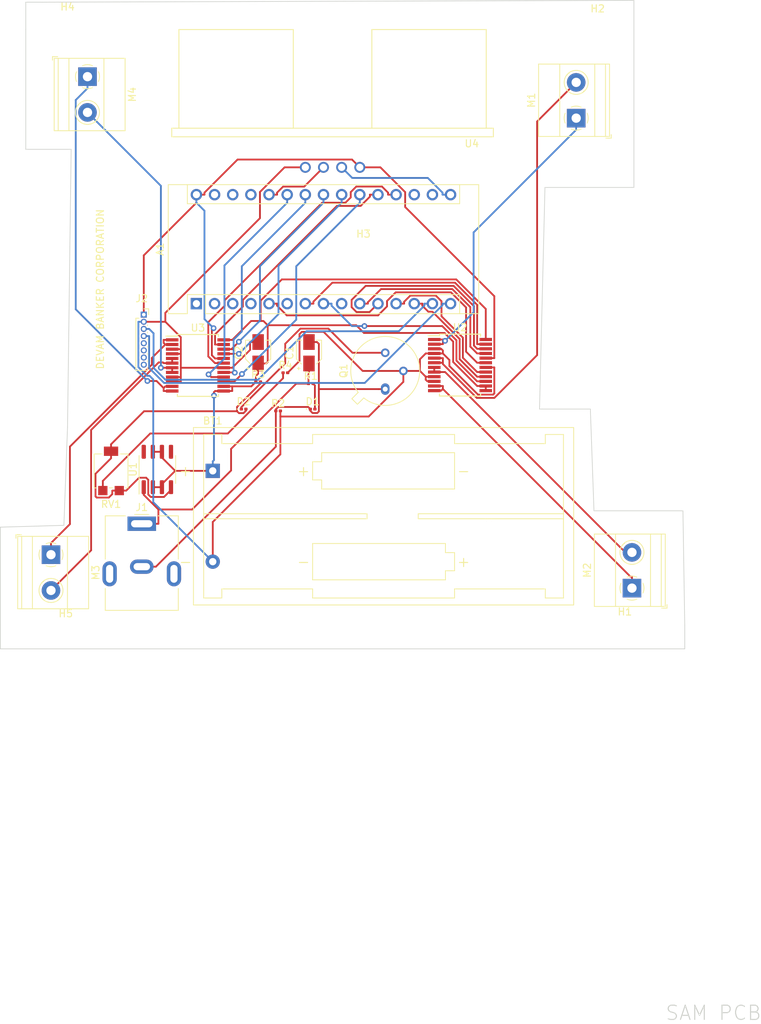
<source format=kicad_pcb>
(kicad_pcb (version 20221018) (generator pcbnew)
  (layers (0 "F.Cu" signal) (31 "B.Cu" signal) (34 "B.Paste" user) (35 "F.Paste" user) (36 "B.SilkS" user "B.Silkscreen") (37 "F.SilkS" user "F.Silkscreen") (38 "B.Mask" user) (39 "F.Mask" user) (44 "Edge.Cuts" user))
  (net 0 "")
  (net 5 "Net-(A1-Pad5)")
  (net 7 "Net-(A1-Pad7)")
  (net 8 "Net-(A1-Pad8)")
  (net 10 "Net-(A1-Pad10)")
  (net 11 "Net-(A1-Pad11)")
  (net 12 "Net-(A1-Pad12)")
  (net 13 "Net-(A1-Pad13)")
  (net 14 "/D11")
  (net 17 "/A0")
  (net 18 "/A1")
  (net 19 "/A2")
  (net 20 "/A3")
  (net 21 "/A4")
  (net 22 "/A5")
  (net 23 "/A6")
  (net 26 "VCC")
  (net 27 "VBUS")
  (net 28 "GND")
  (net 29 "Net-(C1-Pad1)")
  (net 30 "Net-(C1-Pad2)")
  (net 31 "Net-(D1-Pad2)")
  (net 32 "Net-(D2-Pad1)")
  (net 33 "Net-(D2-Pad2)")
  (net 38 "Net-(M1-Pad1)")
  (net 39 "Net-(M1-Pad2)")
  (net 40 "Net-(M2-Pad1)")
  (net 41 "Net-(M2-Pad2)")
  (net 42 "Net-(M3-Pad1)")
  (net 43 "Net-(M3-Pad2)")
  (net 44 "Net-(M4-Pad1)")
  (net 45 "Net-(M4-Pad2)")
  (net 46 "Net-(R4-Pad1)")
  (net 49 "/D12")
  (net 50 "/D13")
  (net 51 "/A7")
  (net 52 "+5V")
  (footprint "Module:Arduino_Nano" (layer "F.Cu") (at 122.428 90.16 90)
    (fp_text reference "A1")
    (fp_text value "Arduino_Nano_v2.x")
  )
  (footprint "MountingHole:MountingHole_2.2mm_M2_DIN965" (layer "F.Cu") (at 182.372 136.144)
    (fp_text reference "H1")
    (fp_text value "MountingHole")
  )
  (footprint "Resistor_SMD:R_0201_0603Metric" (layer "F.Cu") (at 133.858 105.156)
    (fp_text reference "R2")
    (fp_text value "1 Ohm")
  )
  (footprint "Resistor_SMD:R_0201_0603Metric" (layer "F.Cu") (at 131.064 101.092)
    (fp_text reference "R3")
    (fp_text value "470 Ohm")
  )
  (footprint "MountingHole:MountingHole_2.2mm_M2_DIN965" (layer "F.Cu") (at 178.562 51.816)
    (fp_text reference "H2")
    (fp_text value "MountingHole")
  )
  (footprint "HC-SR04:XCVR_HC-SR04" (layer "F.Cu") (at 141.478 71.101 180)
    (fp_text reference "U4")
    (fp_text value "HC-SR04")
  )
  (footprint "TerminalBlock_Phoenix:TerminalBlock_Phoenix_MKDS-1,5-2_1x02_P5.00mm_Horizontal" (layer "F.Cu") (at 102.081 125.262 -90)
    (fp_text reference "M3")
    (fp_text value "Motor_DC")
  )
  (footprint "Battery:BatteryHolder_Keystone_2468_2xAAA" (layer "F.Cu") (at 124.714 113.538)
    (fp_text reference "BT1")
    (fp_text value "Battery_Cell")
  )
  (footprint "Diode_SMD:D_0201_0603Metric" (layer "F.Cu") (at 138.684 104.902)
    (fp_text reference "D1")
    (fp_text value "LED")
  )
  (footprint "Package_SO:SSOP-24_5.3x8.2mm_P0.65mm" (layer "F.Cu") (at 122.64 98.8)
    (fp_text reference "U3")
    (fp_text value "TB6612FNG")
  )
  (footprint "TerminalBlock_Phoenix:TerminalBlock_Phoenix_MKDS-1,5-2_1x02_P5.00mm_Horizontal" (layer "F.Cu") (at 175.565 64.222 90)
    (fp_text reference "M1")
    (fp_text value "Motor_DC")
  )
  (footprint "MountingHole:MountingHole_2.2mm_M2_DIN965" (layer "F.Cu") (at 104.14 136.398)
    (fp_text reference "H5")
    (fp_text value "MountingHole")
  )
  (footprint "MountingHole:MountingHole_2.2mm_M2_DIN965" (layer "F.Cu") (at 145.796 83.312)
    (fp_text reference "H3")
    (fp_text value "MountingHole")
  )
  (footprint "Connector_BarrelJack:BarrelJack_CUI_PJ-063AH_Horizontal" (layer "F.Cu") (at 114.784 120.938)
    (fp_text reference "J1")
    (fp_text value "Jack-DC")
  )
  (footprint "Capacitor_SMD:CP_Elec_3x5.3" (layer "F.Cu") (at 138.176 97.028 90)
    (fp_text reference "C1")
    (fp_text value "0.1uF")
  )
  (footprint "Package_SO:SSOP-24_5.3x8.2mm_P0.65mm" (layer "F.Cu") (at 159.31 98.75)
    (fp_text reference "U2")
    (fp_text value "TB6612FNG")
  )
  (footprint "Connector_PinSocket_1.00mm:PinSocket_1x08_P1.00mm_Vertical" (layer "F.Cu") (at 115.062 91.694)
    (fp_text reference "J2")
    (fp_text value "MPU-6050")
  )
  (footprint "TerminalBlock_Phoenix:TerminalBlock_Phoenix_MKDS-1,5-2_1x02_P5.00mm_Horizontal" (layer "F.Cu") (at 107.188 58.42 -90)
    (fp_text reference "M4")
    (fp_text value "Motor_DC")
  )
  (footprint "Resistor_SMD:R_0201_0603Metric" (layer "F.Cu") (at 134.874 99.822)
    (fp_text reference "R4")
    (fp_text value "2.2K")
  )
  (footprint "Package_TO_SOT_THT:TO-39-3" (layer "F.Cu") (at 148.844 102.108 90)
    (fp_text reference "Q1")
    (fp_text value "2N2219")
  )
  (footprint "TerminalBlock_Phoenix:TerminalBlock_Phoenix_MKDS-1,5-2_1x02_P5.00mm_Horizontal" (layer "F.Cu") (at 183.369 129.938 90)
    (fp_text reference "M2")
    (fp_text value "Motor_DC")
  )
  (footprint "Potentiometer_SMD:Potentiometer_Bourns_3314G_Vertical" (layer "F.Cu") (at 110.484 113.548 180)
    (fp_text reference "RV1")
    (fp_text value "10K")
  )
  (footprint "Capacitor_SMD:CP_Elec_3x5.3" (layer "F.Cu") (at 131.064 97.028 90)
    (fp_text reference "C2")
    (fp_text value "0.1uF")
  )
  (footprint "Resistor_SMD:R_0201_0603Metric" (layer "F.Cu") (at 138.43 101.346)
    (fp_text reference "R1")
    (fp_text value "1K")
  )
  (footprint "Diode_SMD:D_0201_0603Metric" (layer "F.Cu") (at 129.032 104.902)
    (fp_text reference "D2")
    (fp_text value "LED")
  )
  (footprint "MountingHole:MountingHole_2.2mm_M2_DIN965" (layer "F.Cu") (at 104.394 51.562)
    (fp_text reference "H4")
    (fp_text value "MountingHole")
  )
  (footprint "Package_SO:SOIC-8_3.9x4.9mm_P1.27mm" (layer "F.Cu") (at 116.964 113.348 90)
    (fp_text reference "U1")
    (fp_text value "LM317L_SO8")
  )
  (gr_line (start 190.627 138.43) (end 190.754 138.43) (stroke (width 0.1)) (layer "Edge.Cuts"))
  (gr_line (start 183.642 47.752) (end 183.642 51.816) (stroke (width 0.1)) (layer "Edge.Cuts"))
  (gr_line (start 103.886 121.158) (end 104.394 107.442) (stroke (width 0.1)) (layer "Edge.Cuts"))
  (gr_line (start 94.996 135.128) (end 94.996 138.176) (stroke (width 0.1)) (layer "Edge.Cuts"))
  (gr_line (start 171.196 73.914) (end 170.434 104.902) (stroke (width 0.1)) (layer "Edge.Cuts"))
  (gr_line (start 177.546 104.902) (end 178.054 119.126) (stroke (width 0.1)) (layer "Edge.Cuts"))
  (gr_line (start 190.754 138.176) (end 190.754 138.43) (stroke (width 0.1)) (layer "Edge.Cuts"))
  (gr_line (start 94.996 138.43) (end 94.996 138.176) (stroke (width 0.1)) (layer "Edge.Cuts"))
  (gr_line (start 98.552 48.006) (end 100.838 48.006) (stroke (width 0.1)) (layer "Edge.Cuts"))
  (gr_line (start 98.552 68.58) (end 98.552 51.816) (stroke (width 0.1)) (layer "Edge.Cuts"))
  (gr_line (start 94.996 135.128) (end 94.996 121.412) (stroke (width 0.1)) (layer "Edge.Cuts"))
  (gr_line (start 170.434 104.902) (end 177.546 104.902) (stroke (width 0.1)) (layer "Edge.Cuts"))
  (gr_line (start 98.552 51.816) (end 98.552 48.006) (stroke (width 0.1)) (layer "Edge.Cuts"))
  (gr_line (start 190.5 119.126) (end 190.754 135.128) (stroke (width 0.1)) (layer "Edge.Cuts"))
  (gr_line (start 183.642 73.914) (end 171.196 73.914) (stroke (width 0.1)) (layer "Edge.Cuts"))
  (gr_line (start 183.642 51.816) (end 183.642 73.914) (stroke (width 0.1)) (layer "Edge.Cuts"))
  (gr_line (start 100.838 48.006) (end 183.642 47.752) (stroke (width 0.1)) (layer "Edge.Cuts"))
  (gr_line (start 94.996 121.412) (end 103.886 121.158) (stroke (width 0.1)) (layer "Edge.Cuts"))
  (gr_line (start 104.902 68.58) (end 98.552 68.58) (stroke (width 0.1)) (layer "Edge.Cuts"))
  (gr_line (start 178.054 119.126) (end 190.5 119.126) (stroke (width 0.1)) (layer "Edge.Cuts"))
  (gr_line (start 190.627 138.43) (end 94.996 138.43) (stroke (width 0.1)) (layer "Edge.Cuts"))
  (gr_line (start 104.394 107.442) (end 104.902 68.58) (stroke (width 0.1)) (layer "Edge.Cuts"))
  (gr_line (start 190.754 135.128) (end 190.754 138.176) (stroke (width 0.1)) (layer "Edge.Cuts"))
  (gr_text "DEVAM BANKER CORPORATION" (at 108.966 88.138 90) (layer "F.SilkS") (effects (font (size 1 1))))
  (gr_text "SAM PCB" (at 187.96 190.5) (layer "Edge.Cuts") (effects (font (size 2 2)) (justify left bottom)))
  (segment (start 147.8432 91.8005) (end 149.098 90.5457) (width 0.25) (layer "F.Cu") (net 5))
  (segment (start 160.1588 90.6929) (end 160.1588 96.8741) (width 0.25) (layer "F.Cu") (net 5))
  (segment (start 150.3126 88.5755) (end 158.0414 88.5755) (width 0.25) (layer "F.Cu") (net 5))
  (segment (start 149.098 90.5457) (end 149.098 89.7901) (width 0.25) (layer "F.Cu") (net 5))
  (segment (start 158.0414 88.5755) (end 160.1588 90.6929) (width 0.25) (layer "F.Cu") (net 5))
  (segment (start 162.91 98.425) (end 161.7097 98.425) (width 0.25) (layer "F.Cu") (net 5))
  (segment (start 133.7133 90.4413) (end 135.0725 91.8005) (width 0.25) (layer "F.Cu") (net 5))
  (segment (start 133.7133 90.16) (end 133.7133 90.4413) (width 0.25) (layer "F.Cu") (net 5))
  (segment (start 132.588 90.16) (end 133.7133 90.16) (width 0.25) (layer "F.Cu") (net 5))
  (segment (start 160.1588 96.8741) (end 161.7097 98.425) (width 0.25) (layer "F.Cu") (net 5))
  (segment (start 135.0725 91.8005) (end 147.8432 91.8005) (width 0.25) (layer "F.Cu") (net 5))
  (segment (start 149.098 89.7901) (end 150.3126 88.5755) (width 0.25) (layer "F.Cu") (net 5))
  (segment (start 161.7097 95.825) (end 161.7097 90.3331) (width 0.25) (layer "F.Cu") (net 7))
  (segment (start 137.668 90.16) (end 138.7933 90.16) (width 0.25) (layer "F.Cu") (net 7))
  (segment (start 138.7933 89.8786) (end 138.7933 90.16) (width 0.25) (layer "F.Cu") (net 7))
  (segment (start 161.7097 90.3331) (end 158.6012 87.2246) (width 0.25) (layer "F.Cu") (net 7))
  (segment (start 141.4473 87.2246) (end 138.7933 89.8786) (width 0.25) (layer "F.Cu") (net 7))
  (segment (start 158.6012 87.2246) (end 141.4473 87.2246) (width 0.25) (layer "F.Cu") (net 7))
  (segment (start 162.91 95.825) (end 161.7097 95.825) (width 0.25) (layer "F.Cu") (net 7))
  (segment (start 158.8079 98.1232) (end 161.7097 101.025) (width 0.25) (layer "F.Cu") (net 8))
  (segment (start 162.91 101.025) (end 161.7097 101.025) (width 0.25) (layer "F.Cu") (net 8))
  (segment (start 145.9372 93.2932) (end 156.8152 93.2932) (width 0.25) (layer "F.Cu") (net 8))
  (segment (start 156.8152 93.2932) (end 158.8079 95.2859) (width 0.25) (layer "F.Cu") (net 8))
  (segment (start 158.8079 95.2859) (end 158.8079 98.1232) (width 0.25) (layer "F.Cu") (net 8))
  (via (at 145.9372 93.2932) (size 0.8) (drill 0.4) (layers "F.Cu" "B.Cu") (net 8))
  (segment (start 141.3333 90.4413) (end 144.1852 93.2932) (width 0.25) (layer "B.Cu") (net 8))
  (segment (start 140.208 90.16) (end 141.3333 90.16) (width 0.25) (layer "B.Cu") (net 8))
  (segment (start 141.3333 90.16) (end 141.3333 90.4413) (width 0.25) (layer "B.Cu") (net 8))
  (segment (start 144.1852 93.2932) (end 145.9372 93.2932) (width 0.25) (layer "B.Cu") (net 8))
  (segment (start 148.2574 88.1252) (end 146.4133 89.9693) (width 0.25) (layer "F.Cu") (net 10))
  (segment (start 145.288 90.16) (end 146.4133 90.16) (width 0.25) (layer "F.Cu") (net 10))
  (segment (start 160.7541 90.6513) (end 158.228 88.1252) (width 0.25) (layer "F.Cu") (net 10))
  (segment (start 161.7097 97.125) (end 160.7541 96.1694) (width 0.25) (layer "F.Cu") (net 10))
  (segment (start 146.4133 89.9693) (end 146.4133 90.16) (width 0.25) (layer "F.Cu") (net 10))
  (segment (start 160.7541 96.1694) (end 160.7541 90.6513) (width 0.25) (layer "F.Cu") (net 10))
  (segment (start 162.91 97.125) (end 161.7097 97.125) (width 0.25) (layer "F.Cu") (net 10))
  (segment (start 158.228 88.1252) (end 148.2574 88.1252) (width 0.25) (layer "F.Cu") (net 10))
  (segment (start 162.91 96.475) (end 161.7097 96.475) (width 0.25) (layer "F.Cu") (net 11))
  (segment (start 146.1087 87.6749) (end 144.1409 89.6427) (width 0.25) (layer "F.Cu") (net 11))
  (segment (start 144.1409 89.6427) (end 144.1409 90.6484) (width 0.25) (layer "F.Cu") (net 11))
  (segment (start 161.2594 90.5197) (end 158.4146 87.6749) (width 0.25) (layer "F.Cu") (net 11))
  (segment (start 158.4146 87.6749) (end 146.1087 87.6749) (width 0.25) (layer "F.Cu") (net 11))
  (segment (start 144.8283 91.3358) (end 146.6522 91.3358) (width 0.25) (layer "F.Cu") (net 11))
  (segment (start 146.6522 91.3358) (end 147.828 90.16) (width 0.25) (layer "F.Cu") (net 11))
  (segment (start 144.1409 90.6484) (end 144.8283 91.3358) (width 0.25) (layer "F.Cu") (net 11))
  (segment (start 161.7097 96.475) (end 161.2594 96.0247) (width 0.25) (layer "F.Cu") (net 11))
  (segment (start 161.2594 96.0247) (end 161.2594 90.5197) (width 0.25) (layer "F.Cu") (net 11))
  (segment (start 155.9181 89.0258) (end 156.718 89.8257) (width 0.25) (layer "F.Cu") (net 12))
  (segment (start 156.718 89.8257) (end 156.718 91.9222) (width 0.25) (layer "F.Cu") (net 12))
  (segment (start 150.368 90.16) (end 151.4933 90.16) (width 0.25) (layer "F.Cu") (net 12))
  (segment (start 152.3616 89.0258) (end 155.9181 89.0258) (width 0.25) (layer "F.Cu") (net 12))
  (segment (start 159.7085 94.9127) (end 159.7085 97.7238) (width 0.25) (layer "F.Cu") (net 12))
  (segment (start 151.4933 89.8941) (end 152.3616 89.0258) (width 0.25) (layer "F.Cu") (net 12))
  (segment (start 162.91 99.725) (end 161.7097 99.725) (width 0.25) (layer "F.Cu") (net 12))
  (segment (start 156.718 91.9222) (end 159.7085 94.9127) (width 0.25) (layer "F.Cu") (net 12))
  (segment (start 151.4933 90.16) (end 151.4933 89.8941) (width 0.25) (layer "F.Cu") (net 12))
  (segment (start 159.7085 97.7238) (end 161.7097 99.725) (width 0.25) (layer "F.Cu") (net 12))
  (segment (start 152.908 90.16) (end 154.0333 90.16) (width 0.25) (layer "F.Cu") (net 13))
  (segment (start 159.2582 95.0993) (end 159.2582 97.9235) (width 0.25) (layer "F.Cu") (net 13))
  (segment (start 154.8772 91.2853) (end 155.4442 91.2853) (width 0.25) (layer "F.Cu") (net 13))
  (segment (start 154.0333 90.16) (end 154.0333 90.4414) (width 0.25) (layer "F.Cu") (net 13))
  (segment (start 162.91 100.375) (end 161.7097 100.375) (width 0.25) (layer "F.Cu") (net 13))
  (segment (start 159.2582 97.9235) (end 161.7097 100.375) (width 0.25) (layer "F.Cu") (net 13))
  (segment (start 155.4442 91.2853) (end 159.2582 95.0993) (width 0.25) (layer "F.Cu") (net 13))
  (segment (start 154.0333 90.4414) (end 154.8772 91.2853) (width 0.25) (layer "F.Cu") (net 13))
  (segment (start 115.062 93.694) (end 115.8123 93.694) (width 0.25) (layer "B.Cu") (net 14))
  (segment (start 137.8347 94.0186) (end 150.7454 94.0186) (width 0.25) (layer "B.Cu") (net 14))
  (segment (start 116.43 99.1382) (end 118.0888 100.797) (width 0.25) (layer "B.Cu") (net 14))
  (segment (start 155.448 90.16) (end 154.3227 90.16) (width 0.25) (layer "B.Cu") (net 14))
  (segment (start 154.3227 90.4413) (end 154.3227 90.16) (width 0.25) (layer "B.Cu") (net 14))
  (segment (start 131.0563 100.797) (end 137.8347 94.0186) (width 0.25) (layer "B.Cu") (net 14))
  (segment (start 115.8123 93.694) (end 116.43 94.3117) (width 0.25) (layer "B.Cu") (net 14))
  (segment (start 116.43 94.3117) (end 116.43 99.1382) (width 0.25) (layer "B.Cu") (net 14))
  (segment (start 150.7454 94.0186) (end 154.3227 90.4413) (width 0.25) (layer "B.Cu") (net 14))
  (segment (start 118.0888 100.797) (end 131.0563 100.797) (width 0.25) (layer "B.Cu") (net 14))
  (segment (start 125.0265 98.475) (end 126.24 98.475) (width 0.25) (layer "F.Cu") (net 17))
  (segment (start 150.368 74.92) (end 149.2427 74.92) (width 0.25) (layer "F.Cu") (net 17))
  (segment (start 126.3826 89.6847) (end 126.3826 90.4548) (width 0.25) (layer "F.Cu") (net 17))
  (segment (start 149.2427 74.6387) (end 148.3903 73.7863) (width 0.25) (layer "F.Cu") (net 17))
  (segment (start 144.7977 73.7863) (end 144.018 74.566) (width 0.25) (layer "F.Cu") (net 17))
  (segment (start 124.0928 92.7446) (end 124.0928 97.5413) (width 0.25) (layer "F.Cu") (net 17))
  (segment (start 144.018 75.3057) (end 143.2784 76.0453) (width 0.25) (layer "F.Cu") (net 17))
  (segment (start 124.0928 97.5413) (end 125.0265 98.475) (width 0.25) (layer "F.Cu") (net 17))
  (segment (start 144.018 74.566) (end 144.018 75.3057) (width 0.25) (layer "F.Cu") (net 17))
  (segment (start 140.022 76.0453) (end 126.3826 89.6847) (width 0.25) (layer "F.Cu") (net 17))
  (segment (start 126.3826 90.4548) (end 124.0928 92.7446) (width 0.25) (layer "F.Cu") (net 17))
  (segment (start 149.2427 74.92) (end 149.2427 74.6387) (width 0.25) (layer "F.Cu") (net 17))
  (segment (start 148.3903 73.7863) (end 144.7977 73.7863) (width 0.25) (layer "F.Cu") (net 17))
  (segment (start 143.2784 76.0453) (end 140.022 76.0453) (width 0.25) (layer "F.Cu") (net 17))
  (segment (start 128.9226 89.6519) (end 142.0789 76.4956) (width 0.25) (layer "F.Cu") (net 18))
  (segment (start 145.4085 76.4956) (end 146.7027 75.2014) (width 0.25) (layer "F.Cu") (net 18))
  (segment (start 142.0789 76.4956) (end 145.4085 76.4956) (width 0.25) (layer "F.Cu") (net 18))
  (segment (start 125.0397 94.4535) (end 128.9226 90.5706) (width 0.25) (layer "F.Cu") (net 18))
  (segment (start 128.9226 90.5706) (end 128.9226 89.6519) (width 0.25) (layer "F.Cu") (net 18))
  (segment (start 147.828 74.92) (end 146.7027 74.92) (width 0.25) (layer "F.Cu") (net 18))
  (segment (start 125.0397 95.875) (end 125.0397 94.4535) (width 0.25) (layer "F.Cu") (net 18))
  (segment (start 126.24 95.875) (end 125.0397 95.875) (width 0.25) (layer "F.Cu") (net 18))
  (segment (start 146.7027 75.2014) (end 146.7027 74.92) (width 0.25) (layer "F.Cu") (net 18))
  (segment (start 127.7228 101.075) (end 126.24 101.075) (width 0.25) (layer "F.Cu") (net 19))
  (segment (start 128.7968 100.001) (end 127.7228 101.075) (width 0.25) (layer "F.Cu") (net 19))
  (via (at 128.7968 100.001) (size 0.8) (drill 0.4) (layers "F.Cu" "B.Cu") (net 19))
  (segment (start 145.288 74.92) (end 145.288 76.0453) (width 0.25) (layer "B.Cu") (net 19))
  (segment (start 145.288 76.0453) (end 136.398 84.9353) (width 0.25) (layer "B.Cu") (net 19))
  (segment (start 136.398 92.3998) (end 128.7968 100.001) (width 0.25) (layer "B.Cu") (net 19))
  (segment (start 136.398 84.9353) (end 136.398 92.3998) (width 0.25) (layer "B.Cu") (net 19))
  (segment (start 126.24 97.175) (end 128.3628 97.175) (width 0.25) (layer "F.Cu") (net 20))
  (via (at 128.3628 97.175) (size 0.8) (drill 0.4) (layers "F.Cu" "B.Cu") (net 20))
  (segment (start 133.9124 91.6254) (end 133.9124 84.8809) (width 0.25) (layer "B.Cu") (net 20))
  (segment (start 133.9124 84.8809) (end 142.748 76.0453) (width 0.25) (layer "B.Cu") (net 20))
  (segment (start 128.3628 97.175) (end 133.9124 91.6254) (width 0.25) (layer "B.Cu") (net 20))
  (segment (start 142.748 74.92) (end 142.748 76.0453) (width 0.25) (layer "B.Cu") (net 20))
  (segment (start 127.4403 96.418) (end 127.4403 96.525) (width 0.25) (layer "F.Cu") (net 21))
  (segment (start 128.3657 95.4926) (end 127.4403 96.418) (width 0.25) (layer "F.Cu") (net 21))
  (segment (start 126.24 96.525) (end 127.4403 96.525) (width 0.25) (layer "F.Cu") (net 21))
  (via (at 128.3657 95.4926) (size 0.8) (drill 0.4) (layers "F.Cu" "B.Cu") (net 21))
  (segment (start 131.318 92.5403) (end 128.3657 95.4926) (width 0.25) (layer "B.Cu") (net 21))
  (segment (start 140.208 74.92) (end 140.208 76.0453) (width 0.25) (layer "B.Cu") (net 21))
  (segment (start 140.208 76.0453) (end 131.318 84.9353) (width 0.25) (layer "B.Cu") (net 21))
  (segment (start 131.318 84.9353) (end 131.318 92.5403) (width 0.25) (layer "B.Cu") (net 21))
  (segment (start 127.7571 99.775) (end 126.24 99.775) (width 0.25) (layer "F.Cu") (net 22))
  (segment (start 127.794 99.8119) (end 127.7571 99.775) (width 0.25) (layer "F.Cu") (net 22))
  (via (at 127.794 99.8119) (size 0.8) (drill 0.4) (layers "F.Cu" "B.Cu") (net 22))
  (segment (start 128.778 94.0546) (end 127.6311 95.2015) (width 0.25) (layer "B.Cu") (net 22))
  (segment (start 127.6311 95.2015) (end 127.6311 99.649) (width 0.25) (layer "B.Cu") (net 22))
  (segment (start 128.778 84.9353) (end 128.778 94.0546) (width 0.25) (layer "B.Cu") (net 22))
  (segment (start 137.668 74.92) (end 137.668 76.0453) (width 0.25) (layer "B.Cu") (net 22))
  (segment (start 127.6311 99.649) (end 127.794 99.8119) (width 0.25) (layer "B.Cu") (net 22))
  (segment (start 137.668 76.0453) (end 128.778 84.9353) (width 0.25) (layer "B.Cu") (net 22))
  (segment (start 124.4952 100.425) (end 126.24 100.425) (width 0.25) (layer "F.Cu") (net 23))
  (segment (start 124.1246 100.0544) (end 124.4952 100.425) (width 0.25) (layer "F.Cu") (net 23))
  (via (at 124.1246 100.0544) (size 0.8) (drill 0.4) (layers "F.Cu" "B.Cu") (net 23))
  (segment (start 126.3494 97.8296) (end 124.1246 100.0544) (width 0.25) (layer "B.Cu") (net 23))
  (segment (start 126.3494 84.8239) (end 126.3494 97.8296) (width 0.25) (layer "B.Cu") (net 23))
  (segment (start 135.128 74.92) (end 135.128 76.0453) (width 0.25) (layer "B.Cu") (net 23))
  (segment (start 135.128 76.0453) (end 126.3494 84.8239) (width 0.25) (layer "B.Cu") (net 23))
  (segment (start 124.8259 93.5907) (end 124.5878 93.8288) (width 0.25) (layer "F.Cu") (net 26))
  (segment (start 126.24 97.825) (end 125.0397 97.825) (width 0.25) (layer "F.Cu") (net 26))
  (segment (start 122.428 75.4826) (end 122.428 74.92) (width 0.25) (layer "F.Cu") (net 26))
  (segment (start 124.5878 97.3731) (end 125.0397 97.825) (width 0.25) (layer "F.Cu") (net 26))
  (segment (start 151.638 76.6517) (end 164.1103 89.124) (width 0.25) (layer "F.Cu") (net 26))
  (segment (start 122.428 75.4826) (end 122.428 76.0453) (width 0.25) (layer "F.Cu") (net 26))
  (segment (start 151.638 74.57) (end 151.638 76.6517) (width 0.25) (layer "F.Cu") (net 26))
  (segment (start 164.1103 89.124) (end 164.1103 97.775) (width 0.25) (layer "F.Cu") (net 26))
  (segment (start 122.428 76.0453) (end 115.062 83.4113) (width 0.25) (layer "F.Cu") (net 26))
  (segment (start 123.5533 74.6387) (end 128.1836 70.0084) (width 0.25) (layer "F.Cu") (net 26))
  (segment (start 128.1836 70.0084) (end 144.1954 70.0084) (width 0.25) (layer "F.Cu") (net 26))
  (segment (start 144.1954 70.0084) (end 145.288 71.101) (width 0.25) (layer "F.Cu") (net 26))
  (segment (start 123.5533 74.92) (end 123.5533 74.6387) (width 0.25) (layer "F.Cu") (net 26))
  (segment (start 162.91 97.775) (end 164.1103 97.775) (width 0.25) (layer "F.Cu") (net 26))
  (segment (start 115.062 83.4113) (end 115.062 91.694) (width 0.25) (layer "F.Cu") (net 26))
  (segment (start 122.428 74.92) (end 123.5533 74.92) (width 0.25) (layer "F.Cu") (net 26))
  (segment (start 145.288 71.101) (end 148.169 71.101) (width 0.25) (layer "F.Cu") (net 26))
  (segment (start 148.169 71.101) (end 151.638 74.57) (width 0.25) (layer "F.Cu") (net 26))
  (segment (start 124.5878 93.8288) (end 124.5878 97.3731) (width 0.25) (layer "F.Cu") (net 26))
  (via (at 124.8259 93.5907) (size 0.8) (drill 0.4) (layers "F.Cu" "B.Cu") (net 26))
  (segment (start 123.5533 77.1706) (end 123.5533 92.3181) (width 0.25) (layer "B.Cu") (net 26))
  (segment (start 122.428 74.92) (end 122.428 76.0453) (width 0.25) (layer "B.Cu") (net 26))
  (segment (start 122.428 76.0453) (end 123.5533 77.1706) (width 0.25) (layer "B.Cu") (net 26))
  (segment (start 123.5533 92.3181) (end 124.8259 93.5907) (width 0.25) (layer "B.Cu") (net 26))
  (segment (start 158.3576 95.4725) (end 158.3576 98.3229) (width 0.25) (layer "F.Cu") (net 27))
  (segment (start 162.91 90.8965) (end 158.7878 86.7743) (width 0.25) (layer "F.Cu") (net 27))
  (segment (start 130.744 100.2733) (end 131.064 99.9533) (width 0.25) (layer "F.Cu") (net 27))
  (segment (start 144.7872 93.1799) (end 145.8647 94.2574) (width 0.25) (layer "F.Cu") (net 27))
  (segment (start 127.4403 101.725) (end 126.24 101.725) (width 0.25) (layer "F.Cu") (net 27))
  (segment (start 117.599 111.6783) (end 119.4587 113.538) (width 0.25) (layer "F.Cu") (net 27))
  (segment (start 162.91 101.675) (end 161.7097 101.675) (width 0.25) (layer "F.Cu") (net 27))
  (segment (start 130.08 92.5853) (end 127.4403 95.225) (width 0.25) (layer "F.Cu") (net 27))
  (segment (start 117.599 115.823) (end 116.329 115.823) (width 0.25) (layer "F.Cu") (net 27))
  (segment (start 124.8833 103.0139) (end 124.8833 102.5314) (width 0.25) (layer "F.Cu") (net 27))
  (segment (start 130.111 101.725) (end 130.744 101.092) (width 0.25) (layer "F.Cu") (net 27))
  (segment (start 157.1425 94.2574) (end 158.3576 95.4725) (width 0.25) (layer "F.Cu") (net 27))
  (segment (start 132.4013 93.1799) (end 144.7872 93.1799) (width 0.25) (layer "F.Cu") (net 27))
  (segment (start 145.8647 94.2574) (end 157.1425 94.2574) (width 0.25) (layer "F.Cu") (net 27))
  (segment (start 131.8067 92.5853) (end 131.4166 92.5853) (width 0.25) (layer "F.Cu") (net 27))
  (segment (start 126.24 102.375) (end 125.0397 102.375) (width 0.25) (layer "F.Cu") (net 27))
  (segment (start 130.744 101.092) (end 130.744 100.2733) (width 0.25) (layer "F.Cu") (net 27))
  (segment (start 132.1893 98.528) (end 132.4013 98.316) (width 0.25) (layer "F.Cu") (net 27))
  (segment (start 162.91 95.175) (end 162.91 90.8965) (width 0.25) (layer "F.Cu") (net 27))
  (segment (start 131.064 98.528) (end 131.064 99.9533) (width 0.25) (layer "F.Cu") (net 27))
  (segment (start 126.24 102.375) (end 127.4403 102.375) (width 0.25) (layer "F.Cu") (net 27))
  (segment (start 158.7878 86.7743) (end 134.3776 86.7743) (width 0.25) (layer "F.Cu") (net 27))
  (segment (start 131.064 98.528) (end 132.1893 98.528) (width 0.25) (layer "F.Cu") (net 27))
  (segment (start 131.4166 89.7353) (end 131.4166 92.5853) (width 0.25) (layer "F.Cu") (net 27))
  (segment (start 134.3776 86.7743) (end 131.4166 89.7353) (width 0.25) (layer "F.Cu") (net 27))
  (segment (start 162.91 101.675) (end 162.91 102.325) (width 0.25) (layer "F.Cu") (net 27))
  (segment (start 127.4403 101.725) (end 127.4403 102.375) (width 0.25) (layer "F.Cu") (net 27))
  (segment (start 124.714 113.538) (end 119.4587 113.538) (width 0.25) (layer "F.Cu") (net 27))
  (segment (start 124.8833 102.5314) (end 125.0397 102.375) (width 0.25) (layer "F.Cu") (net 27))
  (segment (start 126.24 95.225) (end 127.4403 95.225) (width 0.25) (layer "F.Cu") (net 27))
  (segment (start 132.4013 98.316) (end 132.4013 93.1799) (width 0.25) (layer "F.Cu") (net 27))
  (segment (start 127.4403 101.725) (end 130.111 101.725) (width 0.25) (layer "F.Cu") (net 27))
  (segment (start 132.4013 93.1799) (end 131.8067 92.5853) (width 0.25) (layer "F.Cu") (net 27))
  (segment (start 116.329 110.873) (end 117.599 110.873) (width 0.25) (layer "F.Cu") (net 27))
  (segment (start 158.3576 98.3229) (end 161.7097 101.675) (width 0.25) (layer "F.Cu") (net 27))
  (segment (start 119.4587 113.538) (end 117.599 115.3977) (width 0.25) (layer "F.Cu") (net 27))
  (segment (start 117.599 115.3977) (end 117.599 115.823) (width 0.25) (layer "F.Cu") (net 27))
  (segment (start 117.599 110.873) (end 117.599 111.6783) (width 0.25) (layer "F.Cu") (net 27))
  (segment (start 131.4166 92.5853) (end 130.08 92.5853) (width 0.25) (layer "F.Cu") (net 27))
  (via (at 124.8833 103.0139) (size 0.8) (drill 0.4) (layers "F.Cu" "B.Cu") (net 27))
  (segment (start 124.8833 112.0434) (end 124.8833 103.0139) (width 0.25) (layer "B.Cu") (net 27))
  (segment (start 124.714 112.2127) (end 124.8833 112.0434) (width 0.25) (layer "B.Cu") (net 27))
  (segment (start 124.714 113.538) (end 124.714 112.2127) (width 0.25) (layer "B.Cu") (net 27))
  (segment (start 118.0814 92.694) (end 118.0814 91.4469) (width 0.25) (layer "F.Cu") (net 28))
  (segment (start 156.9103 96.7122) (end 156.9103 97.125) (width 0.25) (layer "F.Cu") (net 28))
  (segment (start 120.2403 101.075) (end 120.2403 100.425) (width 0.25) (layer "F.Cu") (net 28))
  (segment (start 120.1277 100.425) (end 120.2403 100.425) (width 0.25) (layer "F.Cu") (net 28))
  (segment (start 120.2403 99.125) (end 120.2403 97.175) (width 0.25) (layer "F.Cu") (net 28))
  (segment (start 157.8272 98.8791) (end 161.8235 102.8754) (width 0.25) (layer "F.Cu") (net 28))
  (segment (start 135.194 99.822) (end 136.8508 98.1652) (width 0.25) (layer "F.Cu") (net 28))
  (segment (start 134.178 105.9428) (end 134.178 105.156) (width 0.25) (layer "F.Cu") (net 28))
  (segment (start 131.318 74.5443) (end 134.7613 71.101) (width 0.25) (layer "F.Cu") (net 28))
  (segment (start 156.3102 96.475) (end 156.6731 96.475) (width 0.25) (layer "F.Cu") (net 28))
  (segment (start 162.91 99.075) (end 164.1103 99.075) (width 0.25) (layer "F.Cu") (net 28))
  (segment (start 134.7613 71.101) (end 137.668 71.101) (width 0.25) (layer "F.Cu") (net 28))
  (segment (start 136.8508 94.4332) (end 137.1815 94.1025) (width 0.25) (layer "F.Cu") (net 28))
  (segment (start 164.1103 102.7094) (end 164.1103 99.075) (width 0.25) (layer "F.Cu") (net 28))
  (segment (start 120.2403 99.125) (end 126.24 99.125) (width 0.25) (layer "F.Cu") (net 28))
  (segment (start 120.2403 100.425) (end 120.2403 99.125) (width 0.25) (layer "F.Cu") (net 28))
  (segment (start 157.8272 98.0419) (end 157.8272 98.8791) (width 0.25) (layer "F.Cu") (net 28))
  (segment (start 151.384 99.568) (end 153.7027 99.568) (width 0.25) (layer "F.Cu") (net 28))
  (segment (start 124.714 126.238) (end 124.714 120.6926) (width 0.25) (layer "F.Cu") (net 28))
  (segment (start 153.7027 97.932) (end 154.5097 97.125) (width 0.25) (layer "F.Cu") (net 28))
  (segment (start 118.0814 91.4469) (end 131.318 78.2103) (width 0.25) (layer "F.Cu") (net 28))
  (segment (start 136.8508 98.1652) (end 136.8508 94.4332) (width 0.25) (layer "F.Cu") (net 28))
  (segment (start 137.1815 94.1025) (end 140.225 94.1025) (width 0.25) (layer "F.Cu") (net 28))
  (segment (start 155.1099 101.025) (end 154.7469 101.025) (width 0.25) (layer "F.Cu") (net 28))
  (segment (start 131.064 95.528) (end 129.9387 95.528) (width 0.25) (layer "F.Cu") (net 28))
  (segment (start 119.04 97.175) (end 120.2403 97.175) (width 0.25) (layer "F.Cu") (net 28))
  (segment (start 119.04 101.075) (end 120.2403 101.075) (width 0.25) (layer "F.Cu") (net 28))
  (segment (start 156.9103 97.125) (end 157.8272 98.0419) (width 0.25) (layer "F.Cu") (net 28))
  (segment (start 155.71 100.375) (end 154.5097 100.375) (width 0.25) (layer "F.Cu") (net 28))
  (segment (start 120.2403 97.175) (end 120.2403 96.525) (width 0.25) (layer "F.Cu") (net 28))
  (segment (start 115.062 92.694) (end 118.0814 92.694) (width 0.25) (layer "F.Cu") (net 28))
  (segment (start 140.225 94.1025) (end 145.6905 99.568) (width 0.25) (layer "F.Cu") (net 28))
  (segment (start 129.9387 95.528) (end 129.9387 96.6266) (width 0.25) (layer "F.Cu") (net 28))
  (segment (start 151.384 99.568) (end 150.4587 99.568) (width 0.25) (layer "F.Cu") (net 28))
  (segment (start 156.6731 96.475) (end 156.9103 96.7122) (width 0.25) (layer "F.Cu") (net 28))
  (segment (start 134.178 105.9428) (end 146.5309 105.9428) (width 0.25) (layer "F.Cu") (net 28))
  (segment (start 119.04 100.425) (end 120.1277 100.425) (width 0.25) (layer "F.Cu") (net 28))
  (segment (start 131.318 78.2103) (end 131.318 74.5443) (width 0.25) (layer "F.Cu") (net 28))
  (segment (start 129.9387 96.6266) (end 127.4403 99.125) (width 0.25) (layer "F.Cu") (net 28))
  (segment (start 155.71 96.475) (end 156.3102 96.475) (width 0.25) (layer "F.Cu") (net 28))
  (segment (start 155.71 97.125) (end 156.9103 97.125) (width 0.25) (layer "F.Cu") (net 28))
  (segment (start 146.5309 105.9428) (end 151.384 101.0897) (width 0.25) (layer "F.Cu") (net 28))
  (segment (start 154.7469 101.025) (end 154.5097 100.7878) (width 0.25) (layer "F.Cu") (net 28))
  (segment (start 153.7027 99.568) (end 153.7027 97.932) (width 0.25) (layer "F.Cu") (net 28))
  (segment (start 120.2403 94.8529) (end 120.2403 96.525) (width 0.25) (layer "F.Cu") (net 28))
  (segment (start 124.714 120.6926) (end 134.178 111.2286) (width 0.25) (layer "F.Cu") (net 28))
  (segment (start 155.71 97.125) (end 154.5097 97.125) (width 0.25) (layer "F.Cu") (net 28))
  (segment (start 134.178 111.2286) (end 134.178 105.9428) (width 0.25) (layer "F.Cu") (net 28))
  (segment (start 155.71 101.025) (end 155.1099 101.025) (width 0.25) (layer "F.Cu") (net 28))
  (segment (start 145.6905 99.568) (end 150.4587 99.568) (width 0.25) (layer "F.Cu") (net 28))
  (segment (start 118.0814 92.694) (end 120.2403 94.8529) (width 0.25) (layer "F.Cu") (net 28))
  (segment (start 151.384 101.0897) (end 151.384 99.568) (width 0.25) (layer "F.Cu") (net 28))
  (segment (start 163.9443 102.8754) (end 164.1103 102.7094) (width 0.25) (layer "F.Cu") (net 28))
  (segment (start 154.5097 100.7878) (end 154.5097 100.375) (width 0.25) (layer "F.Cu") (net 28))
  (segment (start 126.24 99.125) (end 127.4403 99.125) (width 0.25) (layer "F.Cu") (net 28))
  (segment (start 153.7027 99.568) (end 154.5097 100.375) (width 0.25) (layer "F.Cu") (net 28))
  (segment (start 161.8235 102.8754) (end 163.9443 102.8754) (width 0.25) (layer "F.Cu") (net 28))
  (segment (start 119.04 96.525) (end 120.2403 96.525) (width 0.25) (layer "F.Cu") (net 28))
  (segment (start 115.062 92.694) (end 114.3117 92.694) (width 0.25) (layer "B.Cu") (net 28))
  (segment (start 116.3918 100.77) (end 115.8706 100.2488) (width 0.25) (layer "B.Cu") (net 28))
  (segment (start 124.714 126.238) (end 116.3918 117.9158) (width 0.25) (layer "B.Cu") (net 28))
  (segment (start 115.5226 100.2488) (end 114.3117 99.0379) (width 0.25) (layer "B.Cu") (net 28))
  (segment (start 115.8706 100.2488) (end 115.5226 100.2488) (width 0.25) (layer "B.Cu") (net 28))
  (segment (start 116.3918 117.9158) (end 116.3918 100.77) (width 0.25) (layer "B.Cu") (net 28))
  (segment (start 114.3117 99.0379) (end 114.3117 92.694) (width 0.25) (layer "B.Cu") (net 28))
  (segment (start 114.784 120.938) (end 117.1093 120.938) (width 0.25) (layer "F.Cu") (net 29))
  (segment (start 121.8267 118.9414) (end 117.1093 118.9414) (width 0.25) (layer "F.Cu") (net 29))
  (segment (start 127.2775 110.4655) (end 127.2775 113.4906) (width 0.25) (layer "F.Cu") (net 29))
  (segment (start 136.397 101.346) (end 127.2775 110.4655) (width 0.25) (layer "F.Cu") (net 29))
  (segment (start 115.059 115.823) (end 115.059 116.8911) (width 0.25) (layer "F.Cu") (net 29))
  (segment (start 138.11 101.346) (end 136.397 101.346) (width 0.25) (layer "F.Cu") (net 29))
  (segment (start 138.11 100.0193) (end 138.11 101.346) (width 0.25) (layer "F.Cu") (net 29))
  (segment (start 127.2775 113.4906) (end 121.8267 118.9414) (width 0.25) (layer "F.Cu") (net 29))
  (segment (start 138.176 99.9533) (end 138.11 100.0193) (width 0.25) (layer "F.Cu") (net 29))
  (segment (start 115.059 116.8911) (end 117.1093 118.9414) (width 0.25) (layer "F.Cu") (net 29))
  (segment (start 117.1093 118.9414) (end 117.1093 120.938) (width 0.25) (layer "F.Cu") (net 29))
  (segment (start 138.176 98.528) (end 138.176 99.9533) (width 0.25) (layer "F.Cu") (net 29))
  (segment (start 114.784 126.938) (end 116.7593 126.938) (width 0.25) (layer "F.Cu") (net 30))
  (segment (start 139.3345 105.4535) (end 138.6818 105.4535) (width 0.25) (layer "F.Cu") (net 30))
  (segment (start 138.364 104.902) (end 138.0694 104.6074) (width 0.25) (layer "F.Cu") (net 30))
  (segment (start 138.6818 105.4535) (end 138.364 105.1357) (width 0.25) (layer "F.Cu") (net 30))
  (segment (start 116.7593 126.938) (end 133.538 110.1593) (width 0.25) (layer "F.Cu") (net 30))
  (segment (start 148.844 102.108) (end 147.9187 102.108) (width 0.25) (layer "F.Cu") (net 30))
  (segment (start 139.3013 95.528) (end 139.5597 95.7864) (width 0.25) (layer "F.Cu") (net 30))
  (segment (start 133.538 104.9365) (end 133.538 105.156) (width 0.25) (layer "F.Cu") (net 30))
  (segment (start 139.5597 95.7864) (end 139.5597 102.108) (width 0.25) (layer "F.Cu") (net 30))
  (segment (start 139.5597 102.108) (end 147.9187 102.108) (width 0.25) (layer "F.Cu") (net 30))
  (segment (start 138.0694 104.6074) (end 133.8671 104.6074) (width 0.25) (layer "F.Cu") (net 30))
  (segment (start 138.364 105.1357) (end 138.364 104.902) (width 0.25) (layer "F.Cu") (net 30))
  (segment (start 133.538 110.1593) (end 133.538 105.156) (width 0.25) (layer "F.Cu") (net 30))
  (segment (start 139.5597 102.108) (end 139.5597 105.2283) (width 0.25) (layer "F.Cu") (net 30))
  (segment (start 139.5597 105.2283) (end 139.3345 105.4535) (width 0.25) (layer "F.Cu") (net 30))
  (segment (start 133.8671 104.6074) (end 133.538 104.9365) (width 0.25) (layer "F.Cu") (net 30))
  (segment (start 138.176 95.528) (end 139.3013 95.528) (width 0.25) (layer "F.Cu") (net 30))
  (segment (start 139.004 101.6) (end 139.004 104.902) (width 0.25) (layer "F.Cu") (net 31))
  (segment (start 138.75 101.346) (end 139.004 101.6) (width 0.25) (layer "F.Cu") (net 31))
  (segment (start 134.8574 95.7703) (end 136.9756 93.6521) (width 0.25) (layer "F.Cu") (net 32))
  (segment (start 134.8574 98.4939) (end 134.8574 95.7703) (width 0.25) (layer "F.Cu") (net 32))
  (segment (start 128.712 104.902) (end 128.712 104.6393) (width 0.25) (layer "F.Cu") (net 32))
  (segment (start 140.8898 93.6521) (end 144.2657 97.028) (width 0.25) (layer "F.Cu") (net 32))
  (segment (start 144.2657 97.028) (end 148.844 97.028) (width 0.25) (layer "F.Cu") (net 32))
  (segment (start 136.9756 93.6521) (end 140.8898 93.6521) (width 0.25) (layer "F.Cu") (net 32))
  (segment (start 128.712 104.6393) (end 134.8574 98.4939) (width 0.25) (layer "F.Cu") (net 32))
  (segment (start 128.3773 105.4685) (end 129.0208 105.4685) (width 0.25) (layer "F.Cu") (net 33))
  (segment (start 129.0208 105.4685) (end 129.352 105.1373) (width 0.25) (layer "F.Cu") (net 33))
  (segment (start 115.1014 105.2053) (end 110.484 109.8227) (width 0.25) (layer "F.Cu") (net 33))
  (segment (start 115.694 114.7993) (end 115.694 116.8466) (width 0.25) (layer "F.Cu") (net 33))
  (segment (start 110.1711 117.2733) (end 110.6587 116.7857) (width 0.25) (layer "F.Cu") (net 33))
  (segment (start 115.694 116.8466) (end 116.0359 117.1885) (width 0.25) (layer "F.Cu") (net 33))
  (segment (start 110.484 110.798) (end 110.484 109.8227) (width 0.25) (layer "F.Cu") (net 33))
  (segment (start 111.634 116.298) (end 112.6093 116.298) (width 0.25) (layer "F.Cu") (net 33))
  (segment (start 117.8948 117.1885) (end 118.869 116.2143) (width 0.25) (layer "F.Cu") (net 33))
  (segment (start 118.869 116.2143) (end 118.869 115.823) (width 0.25) (layer "F.Cu") (net 33))
  (segment (start 128.1141 104.6002) (end 128.1141 105.2053) (width 0.25) (layer "F.Cu") (net 33))
  (segment (start 112.6093 116.298) (end 114.409 114.4983) (width 0.25) (layer "F.Cu") (net 33))
  (segment (start 131.384 101.092) (end 131.384 101.3303) (width 0.25) (layer "F.Cu") (net 33))
  (segment (start 108.469 117.2733) (end 110.1711 117.2733) (width 0.25) (layer "F.Cu") (net 33))
  (segment (start 116.0359 117.1885) (end 117.8948 117.1885) (width 0.25) (layer "F.Cu") (net 33))
  (segment (start 108.3112 113.9461) (end 108.3112 117.1155) (width 0.25) (layer "F.Cu") (net 33))
  (segment (start 111.634 116.298) (end 110.6587 116.298) (width 0.25) (layer "F.Cu") (net 33))
  (segment (start 110.484 110.798) (end 110.484 111.7733) (width 0.25) (layer "F.Cu") (net 33))
  (segment (start 129.352 105.1373) (end 129.352 104.902) (width 0.25) (layer "F.Cu") (net 33))
  (segment (start 110.6587 116.7857) (end 110.6587 116.298) (width 0.25) (layer "F.Cu") (net 33))
  (segment (start 128.1141 105.2053) (end 128.3773 105.4685) (width 0.25) (layer "F.Cu") (net 33))
  (segment (start 128.1141 105.2053) (end 115.1014 105.2053) (width 0.25) (layer "F.Cu") (net 33))
  (segment (start 108.3112 117.1155) (end 108.469 117.2733) (width 0.25) (layer "F.Cu") (net 33))
  (segment (start 114.409 114.4983) (end 115.393 114.4983) (width 0.25) (layer "F.Cu") (net 33))
  (segment (start 131.384 101.3303) (end 128.1141 104.6002) (width 0.25) (layer "F.Cu") (net 33))
  (segment (start 110.484 111.7733) (end 108.3112 113.9461) (width 0.25) (layer "F.Cu") (net 33))
  (segment (start 115.393 114.4983) (end 115.694 114.7993) (width 0.25) (layer "F.Cu") (net 33))
  (segment (start 156.9103 95.175) (end 157.0342 95.175) (width 0.25) (layer "F.Cu") (net 38))
  (segment (start 157.0342 95.175) (end 157.2168 95.3576) (width 0.25) (layer "F.Cu") (net 38))
  (segment (start 156.9103 95.825) (end 156.9103 95.175) (width 0.25) (layer "F.Cu") (net 38))
  (segment (start 155.71 95.825) (end 156.9103 95.825) (width 0.25) (layer "F.Cu") (net 38))
  (segment (start 155.71 95.175) (end 156.9103 95.175) (width 0.25) (layer "F.Cu") (net 38))
  (via (at 157.2168 95.3576) (size 0.8) (drill 0.4) (layers "F.Cu" "B.Cu") (net 38))
  (segment (start 161.2098 80.2025) (end 161.2098 91.3646) (width 0.25) (layer "B.Cu") (net 38))
  (segment (start 161.2098 91.3646) (end 157.2168 95.3576) (width 0.25) (layer "B.Cu") (net 38))
  (segment (start 175.565 64.222) (end 175.565 65.8473) (width 0.25) (layer "B.Cu") (net 38))
  (segment (start 175.565 65.8473) (end 161.2098 80.2025) (width 0.25) (layer "B.Cu") (net 38))
  (segment (start 164.116 103.3406) (end 170.0986 97.358) (width 0.25) (layer "F.Cu") (net 39))
  (segment (start 170.0986 97.358) (end 170.0986 64.6884) (width 0.25) (layer "F.Cu") (net 39))
  (segment (start 156.9103 98.425) (end 156.9103 97.775) (width 0.25) (layer "F.Cu") (net 39))
  (segment (start 170.0986 64.6884) (end 175.565 59.222) (width 0.25) (layer "F.Cu") (net 39))
  (segment (start 156.9103 98.5991) (end 161.6518 103.3406) (width 0.25) (layer "F.Cu") (net 39))
  (segment (start 155.71 98.425) (end 156.9103 98.425) (width 0.25) (layer "F.Cu") (net 39))
  (segment (start 161.6518 103.3406) (end 164.116 103.3406) (width 0.25) (layer "F.Cu") (net 39))
  (segment (start 156.9103 98.425) (end 156.9103 98.5991) (width 0.25) (layer "F.Cu") (net 39))
  (segment (start 155.71 97.775) (end 156.9103 97.775) (width 0.25) (layer "F.Cu") (net 39))
  (segment (start 183.1352 128.3127) (end 156.9103 102.0878) (width 0.25) (layer "F.Cu") (net 40))
  (segment (start 156.3102 102.325) (end 156.6731 102.325) (width 0.25) (layer "F.Cu") (net 40))
  (segment (start 183.369 128.3127) (end 183.1352 128.3127) (width 0.25) (layer "F.Cu") (net 40))
  (segment (start 156.6731 102.325) (end 156.9103 102.0878) (width 0.25) (layer "F.Cu") (net 40))
  (segment (start 183.369 129.938) (end 183.369 128.3127) (width 0.25) (layer "F.Cu") (net 40))
  (segment (start 156.9103 102.0878) (end 156.9103 101.675) (width 0.25) (layer "F.Cu") (net 40))
  (segment (start 155.71 101.675) (end 156.9103 101.675) (width 0.25) (layer "F.Cu") (net 40))
  (segment (start 155.71 102.325) (end 156.3102 102.325) (width 0.25) (layer "F.Cu") (net 40))
  (segment (start 155.71 99.725) (end 155.71 99.075) (width 0.25) (layer "F.Cu") (net 41))
  (segment (start 155.71 99.725) (end 157.2252 99.725) (width 0.25) (layer "F.Cu") (net 41))
  (segment (start 157.2252 99.725) (end 182.4382 124.938) (width 0.25) (layer "F.Cu") (net 41))
  (segment (start 182.4382 124.938) (end 183.369 124.938) (width 0.25) (layer "F.Cu") (net 41))
  (segment (start 118.0769 95.875) (end 116.199 97.7529) (width 0.25) (layer "F.Cu") (net 42))
  (segment (start 104.7294 120.9883) (end 102.081 123.6367) (width 0.25) (layer "F.Cu") (net 42))
  (segment (start 117.8397 95.6378) (end 117.8397 95.225) (width 0.25) (layer "F.Cu") (net 42))
  (segment (start 104.7294 110.1522) (end 104.7294 120.9883) (width 0.25) (layer "F.Cu") (net 42))
  (segment (start 119.04 95.225) (end 117.8397 95.225) (width 0.25) (layer "F.Cu") (net 42))
  (segment (start 118.4399 95.875) (end 118.0769 95.875) (width 0.25) (layer "F.Cu") (net 42))
  (segment (start 116.199 98.6826) (end 104.7294 110.1522) (width 0.25) (layer "F.Cu") (net 42))
  (segment (start 116.199 97.7529) (end 116.199 98.6826) (width 0.25) (layer "F.Cu") (net 42))
  (segment (start 102.081 125.262) (end 102.081 123.6367) (width 0.25) (layer "F.Cu") (net 42))
  (segment (start 119.04 95.875) (end 118.4399 95.875) (width 0.25) (layer "F.Cu") (net 42))
  (segment (start 118.0769 95.875) (end 117.8397 95.6378) (width 0.25) (layer "F.Cu") (net 42))
  (segment (start 119.04 98.475) (end 117.8397 98.475) (width 0.25) (layer "F.Cu") (net 43))
  (segment (start 117.8397 98.475) (end 117.7451 98.3804) (width 0.25) (layer "F.Cu") (net 43))
  (segment (start 119.04 98.475) (end 119.04 97.825) (width 0.25) (layer "F.Cu") (net 43))
  (segment (start 117.7451 98.3804) (end 117.1381 98.3804) (width 0.25) (layer "F.Cu") (net 43))
  (segment (start 107.695 124.648) (end 102.081 130.262) (width 0.25) (layer "F.Cu") (net 43))
  (segment (start 117.1381 98.3804) (end 107.695 107.8235) (width 0.25) (layer "F.Cu") (net 43))
  (segment (start 107.695 107.8235) (end 107.695 124.648) (width 0.25) (layer "F.Cu") (net 43))
  (segment (start 119.04 102.375) (end 117.8397 102.375) (width 0.25) (layer "F.Cu") (net 44))
  (segment (start 119.04 101.725) (end 118.4399 101.725) (width 0.25) (layer "F.Cu") (net 44))
  (segment (start 117.8397 101.9622) (end 117.8397 102.375) (width 0.25) (layer "F.Cu") (net 44))
  (segment (start 118.4399 101.725) (end 118.0769 101.725) (width 0.25) (layer "F.Cu") (net 44))
  (segment (start 115.5701 100.9741) (end 116.8516 100.9741) (width 0.25) (layer "F.Cu") (net 44))
  (segment (start 118.0769 101.725) (end 117.8397 101.9622) (width 0.25) (layer "F.Cu") (net 44))
  (segment (start 116.8516 100.9741) (end 117.8397 101.9622) (width 0.25) (layer "F.Cu") (net 44))
  (via (at 115.5701 100.9741) (size 0.8) (drill 0.4) (layers "F.Cu" "B.Cu") (net 44))
  (segment (start 105.5422 61.6911) (end 105.5422 90.9462) (width 0.25) (layer "B.Cu") (net 44))
  (segment (start 107.188 60.0453) (end 105.5422 61.6911) (width 0.25) (layer "B.Cu") (net 44))
  (segment (start 107.188 58.42) (end 107.188 60.0453) (width 0.25) (layer "B.Cu") (net 44))
  (segment (start 105.5422 90.9462) (end 115.5701 100.9741) (width 0.25) (layer "B.Cu") (net 44))
  (segment (start 117.8397 99.125) (end 117.4579 99.125) (width 0.25) (layer "F.Cu") (net 45))
  (segment (start 119.04 99.775) (end 119.04 99.125) (width 0.25) (layer "F.Cu") (net 45))
  (segment (start 119.04 99.125) (end 117.8397 99.125) (width 0.25) (layer "F.Cu") (net 45))
  (via (at 117.4579 99.125) (size 0.8) (drill 0.4) (layers "F.Cu" "B.Cu") (net 45))
  (segment (start 107.188 63.42) (end 117.4579 73.6899) (width 0.25) (layer "B.Cu") (net 45))
  (segment (start 117.4579 73.6899) (end 117.4579 99.125) (width 0.25) (layer "B.Cu") (net 45))
  (segment (start 126.8227 108.3159) (end 134.554 100.5846) (width 0.25) (layer "F.Cu") (net 46))
  (segment (start 134.554 100.5846) (end 134.554 99.822) (width 0.25) (layer "F.Cu") (net 46))
  (segment (start 115.9679 108.3159) (end 126.8227 108.3159) (width 0.25) (layer "F.Cu") (net 46))
  (segment (start 109.334 116.298) (end 109.334 114.9498) (width 0.25) (layer "F.Cu") (net 46))
  (segment (start 109.334 114.9498) (end 115.9679 108.3159) (width 0.25) (layer "F.Cu") (net 46))
  (segment (start 115.8123 99.1577) (end 117.9019 101.2473) (width 0.25) (layer "B.Cu") (net 49))
  (segment (start 156.8627 90.3697) (end 156.8627 90.16) (width 0.25) (layer "B.Cu") (net 49))
  (segment (start 145.9851 101.2473) (end 156.8627 90.3697) (width 0.25) (layer "B.Cu") (net 49))
  (segment (start 115.062 94.694) (end 115.8123 94.694) (width 0.25) (layer "B.Cu") (net 49))
  (segment (start 115.8123 94.694) (end 115.8123 99.1577) (width 0.25) (layer "B.Cu") (net 49))
  (segment (start 157.988 90.16) (end 156.8627 90.16) (width 0.25) (layer "B.Cu") (net 49))
  (segment (start 117.9019 101.2473) (end 145.9851 101.2473) (width 0.25) (layer "B.Cu") (net 49))
  (segment (start 156.8627 74.6387) (end 154.8069 72.5829) (width 0.25) (layer "B.Cu") (net 50))
  (segment (start 144.2299 72.5829) (end 142.748 71.101) (width 0.25) (layer "B.Cu") (net 50))
  (segment (start 157.988 74.92) (end 156.8627 74.92) (width 0.25) (layer "B.Cu") (net 50))
  (segment (start 156.8627 74.92) (end 156.8627 74.6387) (width 0.25) (layer "B.Cu") (net 50))
  (segment (start 154.8069 72.5829) (end 144.2299 72.5829) (width 0.25) (layer "B.Cu") (net 50))
  (segment (start 132.588 74.92) (end 133.7133 74.92) (width 0.25) (layer "F.Cu") (net 51))
  (segment (start 133.7133 74.92) (end 133.7133 74.6386) (width 0.25) (layer "F.Cu") (net 51))
  (segment (start 137.5143 73.7947) (end 140.208 71.101) (width 0.25) (layer "F.Cu") (net 51))
  (segment (start 134.5572 73.7947) (end 137.5143 73.7947) (width 0.25) (layer "F.Cu") (net 51))
  (segment (start 133.7133 74.6386) (end 134.5572 73.7947) (width 0.25) (layer "F.Cu") (net 51))
)
</source>
